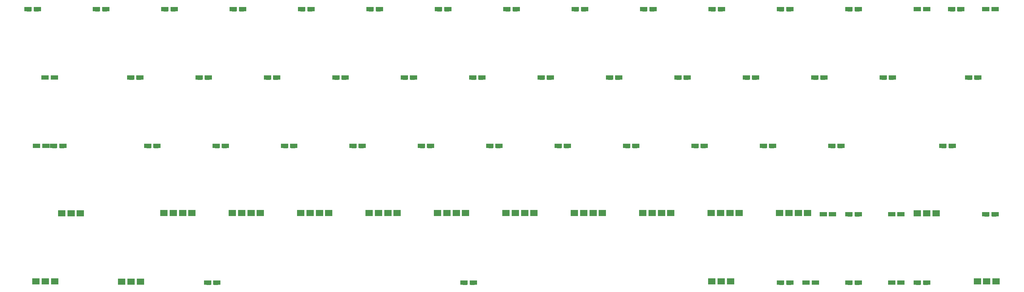
<source format=gbr>
G04 EAGLE Gerber RS-274X export*
G75*
%MOMM*%
%FSLAX66Y66*%
%LPD*%
%INSolderpaste Top*%
%IPPOS*%
%AMOC8*
5,1,8,0,0,1.08239X$1,22.5*%
G01*
%ADD10R,2.000000X1.300000*%
%ADD11R,2.000000X1.750000*%
%ADD12R,1.200000X1.250000*%


D10*
X25112500Y82985000D03*
X22512500Y82985000D03*
X48925000Y82985000D03*
X46325000Y82985000D03*
X67975000Y82985000D03*
X65375000Y82985000D03*
X87025000Y82985000D03*
X84425000Y82985000D03*
X106075000Y82985000D03*
X103475000Y82985000D03*
X125125000Y82985000D03*
X122525000Y82985000D03*
X144175000Y82985000D03*
X141575000Y82985000D03*
X163225000Y82985000D03*
X160625000Y82985000D03*
X182275000Y82985000D03*
X179675000Y82985000D03*
X201325000Y82985000D03*
X198725000Y82985000D03*
X220375000Y82985000D03*
X217775000Y82985000D03*
X239425000Y82985000D03*
X236825000Y82985000D03*
X258475000Y82985000D03*
X255875000Y82985000D03*
X282287500Y82985000D03*
X279687500Y82985000D03*
X20350000Y102035000D03*
X17750000Y102035000D03*
X39400000Y102035000D03*
X36800000Y102035000D03*
X58450000Y102035000D03*
X55850000Y102035000D03*
X77500000Y102035000D03*
X74900000Y102035000D03*
X96550000Y102035000D03*
X93950000Y102035000D03*
X115600000Y102035000D03*
X113000000Y102035000D03*
X134650000Y102035000D03*
X132050000Y102035000D03*
X153700000Y102035000D03*
X151100000Y102035000D03*
X172750000Y102035000D03*
X170150000Y102035000D03*
X191800000Y102035000D03*
X189200000Y102035000D03*
X210850000Y102035000D03*
X208250000Y102035000D03*
X229900000Y102035000D03*
X227300000Y102035000D03*
X248950000Y102035000D03*
X246350000Y102035000D03*
X27493750Y63935000D03*
X24893750Y63935000D03*
X53687500Y63935000D03*
X51087500Y63935000D03*
X72737500Y63935000D03*
X70137500Y63935000D03*
X91787500Y63935000D03*
X89187500Y63935000D03*
X110837500Y63935000D03*
X108237500Y63935000D03*
X129887500Y63935000D03*
X127287500Y63935000D03*
X148937500Y63935000D03*
X146337500Y63935000D03*
X167987500Y63935000D03*
X165387500Y63935000D03*
X187037500Y63935000D03*
X184437500Y63935000D03*
X206087500Y63935000D03*
X203487500Y63935000D03*
X225137500Y63935000D03*
X222537500Y63935000D03*
X244187500Y63935000D03*
X241587500Y63935000D03*
X248950000Y44885000D03*
X246350000Y44885000D03*
X287050000Y44885000D03*
X284450000Y44885000D03*
X70356250Y25835000D03*
X67756250Y25835000D03*
X229900000Y25835000D03*
X227300000Y25835000D03*
X248950000Y25835000D03*
X246350000Y25835000D03*
X268000000Y25835000D03*
X265400000Y25835000D03*
X237043750Y25835000D03*
X234443750Y25835000D03*
X260856250Y25835000D03*
X258256250Y25835000D03*
X22731250Y63935000D03*
X20131250Y63935000D03*
X277525000Y102035000D03*
X274925000Y102035000D03*
X275143750Y63935000D03*
X272543750Y63935000D03*
X141793750Y25835000D03*
X139193750Y25835000D03*
D11*
X29740000Y45190000D03*
X27140000Y45190000D03*
X32340000Y45190000D03*
X210780000Y26200000D03*
X208180000Y26200000D03*
X213380000Y26200000D03*
X284736250Y26225000D03*
X282136250Y26225000D03*
X287336250Y26225000D03*
X268036250Y45212500D03*
X265436250Y45212500D03*
X270636250Y45212500D03*
X58231250Y45243750D03*
X60831250Y45243750D03*
X55631250Y45243750D03*
X63371250Y45243750D03*
X77281250Y45243750D03*
X79881250Y45243750D03*
X74681250Y45243750D03*
X82421250Y45243750D03*
X96331250Y45243750D03*
X98931250Y45243750D03*
X93731250Y45243750D03*
X101471250Y45243750D03*
X115381250Y45243750D03*
X117981250Y45243750D03*
X112781250Y45243750D03*
X120521250Y45243750D03*
X134431250Y45243750D03*
X137031250Y45243750D03*
X131831250Y45243750D03*
X139571250Y45243750D03*
X153481250Y45243750D03*
X156081250Y45243750D03*
X150881250Y45243750D03*
X158621250Y45243750D03*
X172531250Y45243750D03*
X175131250Y45243750D03*
X169931250Y45243750D03*
X177671250Y45243750D03*
X191581250Y45243750D03*
X194181250Y45243750D03*
X188981250Y45243750D03*
X196721250Y45243750D03*
X210631250Y45243750D03*
X213231250Y45243750D03*
X208031250Y45243750D03*
X215771250Y45243750D03*
X229681250Y45243750D03*
X232281250Y45243750D03*
X227081250Y45243750D03*
X234821250Y45243750D03*
D10*
X268000000Y102035000D03*
X265400000Y102035000D03*
X287050000Y102035000D03*
X284450000Y102035000D03*
X260856250Y44885000D03*
X258256250Y44885000D03*
D12*
X22332422Y26044925D03*
X20232422Y26044925D03*
X46219338Y25896097D03*
X44119338Y25896097D03*
X70106250Y25821681D03*
X68006250Y25821681D03*
X141543750Y25821684D03*
X139443750Y25821684D03*
X210525584Y26119341D03*
X208425584Y26119341D03*
X229650000Y25821684D03*
X227550000Y25821684D03*
X248699997Y44871684D03*
X246599997Y44871684D03*
X248700000Y25821681D03*
X246600000Y25821681D03*
X191326756Y45169338D03*
X189226756Y45169338D03*
X229426756Y45169338D03*
X227326756Y45169338D03*
X153226756Y45169338D03*
X151126756Y45169338D03*
X134176756Y45169338D03*
X132076756Y45169338D03*
X167737500Y63921684D03*
X165637500Y63921684D03*
X115126756Y45169338D03*
X113026756Y45169338D03*
X210376756Y45169338D03*
X208276756Y45169338D03*
X27243750Y63921681D03*
X25143750Y63921681D03*
X267750000Y25821684D03*
X265650000Y25821684D03*
X172276756Y45169338D03*
X170176756Y45169338D03*
X162975000Y82971681D03*
X160875000Y82971681D03*
X96076756Y45169338D03*
X93976756Y45169338D03*
X284997659Y26119331D03*
X287097659Y26119331D03*
X148687497Y63921681D03*
X146587497Y63921681D03*
X267824413Y45094925D03*
X265724413Y45094925D03*
X91537500Y63921681D03*
X89437500Y63921681D03*
X258225000Y82971681D03*
X256125000Y82971681D03*
X182025000Y82971681D03*
X179925000Y82971681D03*
X286800000Y44871681D03*
X284700000Y44871681D03*
X72487497Y63921681D03*
X70387497Y63921681D03*
X186787497Y63921681D03*
X184687497Y63921681D03*
X282037500Y82971681D03*
X279937500Y82971681D03*
X53437500Y63921681D03*
X51337500Y63921681D03*
X105825000Y82971681D03*
X103725000Y82971681D03*
X129637497Y63921681D03*
X127537497Y63921681D03*
X110587500Y63921681D03*
X108487500Y63921681D03*
X210599997Y102021681D03*
X208499997Y102021681D03*
X39150000Y102021681D03*
X37050000Y102021681D03*
X20100000Y102021681D03*
X18000000Y102021681D03*
X239174997Y82971681D03*
X237074997Y82971681D03*
X229650000Y102021681D03*
X227550000Y102021681D03*
X248700000Y102021681D03*
X246600000Y102021681D03*
X124875000Y82971684D03*
X122775000Y82971684D03*
X58200000Y102021681D03*
X56100000Y102021681D03*
X86774997Y82971681D03*
X84674997Y82971681D03*
X67724997Y82971681D03*
X65624997Y82971681D03*
X143924997Y82971681D03*
X141824997Y82971681D03*
X115350000Y102021681D03*
X113250000Y102021681D03*
X77250000Y102021681D03*
X75150000Y102021681D03*
X274893750Y63921681D03*
X272793750Y63921681D03*
X48675000Y82971681D03*
X46575000Y82971681D03*
X277275000Y102021681D03*
X275175000Y102021681D03*
X172499997Y102021681D03*
X170399997Y102021681D03*
X96299997Y102021681D03*
X94199997Y102021681D03*
X29476172Y45020509D03*
X27376172Y45020509D03*
X205837497Y63921681D03*
X203737497Y63921681D03*
X191549997Y102021681D03*
X189449997Y102021681D03*
X153449997Y102021681D03*
X151349997Y102021681D03*
X134399997Y102021681D03*
X132299997Y102021681D03*
X57976759Y45169338D03*
X55876759Y45169338D03*
X224887500Y63921681D03*
X222787500Y63921681D03*
X24862497Y83046094D03*
X22762497Y83046094D03*
X220124997Y82971681D03*
X218024997Y82971681D03*
X201074997Y82971681D03*
X198974997Y82971681D03*
X77026756Y45169338D03*
X74926756Y45169338D03*
X243937500Y63921681D03*
X241837500Y63921681D03*
D11*
X22577463Y26193750D03*
X19977463Y26193750D03*
X25177463Y26193750D03*
X46464378Y26119338D03*
X43864378Y26119338D03*
X49064378Y26119338D03*
D10*
X241806250Y44885000D03*
X239206250Y44885000D03*
M02*

</source>
